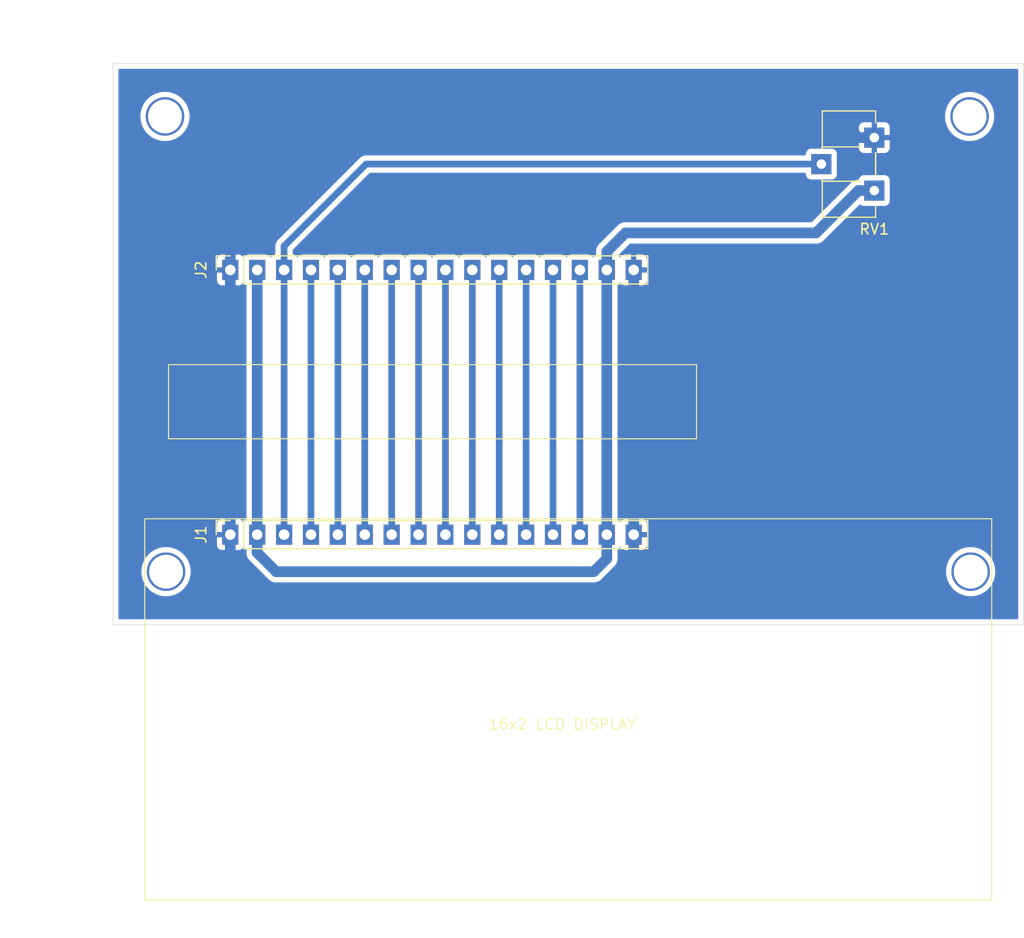
<source format=kicad_pcb>
(kicad_pcb (version 20240108) (generator "pcbnew") (generator_version "8.0")
  (layers (0 "F.Cu" signal) (31 "B.Cu" signal) (34 "B.Paste" user) (35 "F.Paste" user) (36 "B.SilkS" user "B.Silkscreen") (37 "F.SilkS" user "F.Silkscreen") (38 "B.Mask" user) (39 "F.Mask" user) (44 "Edge.Cuts" user))
  (net 0 "")
  (net 1 "Net-(J1-Pin_13)")
  (net 2 "Net-(J1-Pin_3)")
  (net 3 "Net-(J1-Pin_10)")
  (net 4 "Net-(J1-Pin_11)")
  (net 5 "Net-(J1-Pin_6)")
  (net 6 "Net-(J1-Pin_7)")
  (net 7 "Net-(J1-Pin_5)")
  (net 8 "Net-(J1-Pin_9)")
  (net 9 "Net-(J1-Pin_14)")
  (net 10 "Net-(J1-Pin_8)")
  (net 11 "Net-(J1-Pin_4)")
  (net 12 "Net-(J1-Pin_12)")
  (net 13 "VSS")
  (net 14 "GND")
  (footprint "on_board_conn:waski" (layer "F.Cu") (at 89.89 92.368 90)
    (property "Reference" "J2" (at 0 -2.77 90) (layer "F.SilkS"))
    (property "Value" "Conn_01x16_Pin" (hide yes))
    (fp_line (start 1.33 -1.33) (end 1.33 0) (stroke (width 0.12)) (layer "F.SilkS"))
    (fp_line (start 0 -1.33) (end 1.33 -1.33) (stroke (width 0.12)) (layer "F.SilkS"))
    (fp_line (start 1.33 1.27) (end 1.33 39.43) (stroke (width 0.12)) (layer "F.SilkS"))
    (fp_line (start -1.33 1.27) (end 1.33 1.27) (stroke (width 0.12)) (layer "F.SilkS"))
    (fp_line (start -1.33 1.27) (end -1.33 39.43) (stroke (width 0.12)) (layer "F.SilkS"))
    (fp_line (start -1.33 39.43) (end 1.33 39.43) (stroke (width 0.12)) (layer "F.SilkS"))
    (pad "1" thru_hole rect (at 0 0 90) (size 1.905 1.524) (drill 1) (layers "*.Cu" "*.Mask") (net 14 "GND"))
    (pad "2" thru_hole rect (at 0 2.54 90) (size 1.905 1.524) (drill 1) (layers "*.Cu" "*.Mask") (net 13 "VSS"))
    (pad "3" thru_hole rect (at 0 5.08 90) (size 1.905 1.524) (drill 1) (layers "*.Cu" "*.Mask") (net 2 "Net-(J1-Pin_3)"))
    (pad "4" thru_hole rect (at 0 7.62 90) (size 1.905 1.524) (drill 1) (layers "*.Cu" "*.Mask") (net 11 "Net-(J1-Pin_4)"))
    (pad "5" thru_hole rect (at 0 10.16 90) (size 1.905 1.524) (drill 1) (layers "*.Cu" "*.Mask") (net 7 "Net-(J1-Pin_5)"))
    (pad "6" thru_hole rect (at 0 12.7 90) (size 1.905 1.524) (drill 1) (layers "*.Cu" "*.Mask") (net 5 "Net-(J1-Pin_6)"))
    (pad "7" thru_hole rect (at 0 15.24 90) (size 1.905 1.524) (drill 1) (layers "*.Cu" "*.Mask") (net 6 "Net-(J1-Pin_7)"))
    (pad "8" thru_hole rect (at 0 17.78 90) (size 1.905 1.524) (drill 1) (layers "*.Cu" "*.Mask") (net 10 "Net-(J1-Pin_8)"))
    (pad "9" thru_hole rect (at 0 20.32 90) (size 1.905 1.524) (drill 1) (layers "*.Cu" "*.Mask") (net 8 "Net-(J1-Pin_9)"))
    (pad "10" thru_hole rect (at 0 22.86 90) (size 1.905 1.524) (drill 1) (layers "*.Cu" "*.Mask") (net 3 "Net-(J1-Pin_10)"))
    (pad "11" thru_hole rect (at 0 25.4 90) (size 1.905 1.524) (drill 1) (layers "*.Cu" "*.Mask") (net 4 "Net-(J1-Pin_11)"))
    (pad "12" thru_hole rect (at 0 27.94 90) (size 1.905 1.524) (drill 1) (layers "*.Cu" "*.Mask") (net 12 "Net-(J1-Pin_12)"))
    (pad "13" thru_hole rect (at 0 30.48 90) (size 1.905 1.524) (drill 1) (layers "*.Cu" "*.Mask") (net 1 "Net-(J1-Pin_13)"))
    (pad "14" thru_hole rect (at 0 33.02 90) (size 1.905 1.524) (drill 1) (layers "*.Cu" "*.Mask") (net 9 "Net-(J1-Pin_14)"))
    (pad "15" thru_hole rect (at 0 35.56 90) (size 1.905 1.524) (drill 1) (layers "*.Cu" "*.Mask") (net 13 "VSS"))
    (pad "16" thru_hole rect (at 0 38.1 90) (size 1.905 1.524) (drill 1) (layers "*.Cu" "*.Mask") (net 14 "GND"))
  )
  (footprint "Connector_PinSocket_2.54mm:PinSocket_1x16_P2.54mm_Vertical" (layer "F.Cu") (at 89.89 117.368 90)
    (property "Reference" "J1" (at 0 -2.77 90) (layer "F.SilkS"))
    (property "Value" "Conn_01x16_Pin" (hide yes))
    (fp_line (start 1.33 -1.33) (end 1.33 0) (stroke (width 0.12)) (layer "F.SilkS"))
    (fp_line (start 0 -1.33) (end 1.33 -1.33) (stroke (width 0.12)) (layer "F.SilkS"))
    (fp_line (start 1.33 1.27) (end 1.33 39.43) (stroke (width 0.12)) (layer "F.SilkS"))
    (fp_line (start -1.33 1.27) (end 1.33 1.27) (stroke (width 0.12)) (layer "F.SilkS"))
    (fp_line (start -1.33 1.27) (end -1.33 39.43) (stroke (width 0.12)) (layer "F.SilkS"))
    (fp_line (start -1.33 39.43) (end 1.33 39.43) (stroke (width 0.12)) (layer "F.SilkS"))
    (pad "1" thru_hole rect (at 0 0 90) (size 1.905 1.524) (drill 1) (layers "*.Cu" "*.Mask") (net 14 "GND"))
    (pad "2" thru_hole rect (at 0 2.54 90) (size 1.905 1.524) (drill 1) (layers "*.Cu" "*.Mask") (net 13 "VSS"))
    (pad "3" thru_hole rect (at 0 5.08 90) (size 1.905 1.524) (drill 1) (layers "*.Cu" "*.Mask") (net 2 "Net-(J1-Pin_3)"))
    (pad "4" thru_hole rect (at 0 7.62 90) (size 1.905 1.524) (drill 1) (layers "*.Cu" "*.Mask") (net 11 "Net-(J1-Pin_4)"))
    (pad "5" thru_hole rect (at 0 10.16 90) (size 1.905 1.524) (drill 1) (layers "*.Cu" "*.Mask") (net 7 "Net-(J1-Pin_5)"))
    (pad "6" thru_hole rect (at 0 12.7 90) (size 1.905 1.524) (drill 1) (layers "*.Cu" "*.Mask") (net 5 "Net-(J1-Pin_6)"))
    (pad "7" thru_hole rect (at 0 15.24 90) (size 1.905 1.524) (drill 1) (layers "*.Cu" "*.Mask") (net 6 "Net-(J1-Pin_7)"))
    (pad "8" thru_hole rect (at 0 17.78 90) (size 1.905 1.524) (drill 1) (layers "*.Cu" "*.Mask") (net 10 "Net-(J1-Pin_8)"))
    (pad "9" thru_hole rect (at 0 20.32 90) (size 1.905 1.524) (drill 1) (layers "*.Cu" "*.Mask") (net 8 "Net-(J1-Pin_9)"))
    (pad "10" thru_hole rect (at 0 22.86 90) (size 1.905 1.524) (drill 1) (layers "*.Cu" "*.Mask") (net 3 "Net-(J1-Pin_10)"))
    (pad "11" thru_hole rect (at 0 25.4 90) (size 1.905 1.524) (drill 1) (layers "*.Cu" "*.Mask") (net 4 "Net-(J1-Pin_11)"))
    (pad "12" thru_hole rect (at 0 27.94 90) (size 1.905 1.524) (drill 1) (layers "*.Cu" "*.Mask") (net 12 "Net-(J1-Pin_12)"))
    (pad "13" thru_hole rect (at 0 30.48 90) (size 1.905 1.524) (drill 1) (layers "*.Cu" "*.Mask") (net 1 "Net-(J1-Pin_13)"))
    (pad "14" thru_hole rect (at 0 33.02 90) (size 1.905 1.524) (drill 1) (layers "*.Cu" "*.Mask") (net 9 "Net-(J1-Pin_14)"))
    (pad "15" thru_hole rect (at 0 35.56 90) (size 1.905 1.524) (drill 1) (layers "*.Cu" "*.Mask") (net 13 "VSS"))
    (pad "16" thru_hole rect (at 0 38.1 90) (size 1.905 1.524) (drill 1) (layers "*.Cu" "*.Mask") (net 14 "GND"))
  )
  (footprint "Potentiometer_THT:Potentiometer_ACP_CA9-H5_Horizontal" (layer "F.Cu") (at 150.72 84.868 180)
    (property "Reference" "RV1" (at 0 -3.65 180) (layer "F.SilkS"))
    (property "Value" "10k")
    (fp_line (start 4.92 3.925) (end 4.92 7.52) (stroke (width 0.12)) (layer "F.SilkS"))
    (fp_line (start 4.92 3.925) (end 4.92 4.12) (stroke (width 0.12)) (layer "F.SilkS"))
    (fp_line (start 4.92 0.88) (end 4.92 1.075) (stroke (width 0.12)) (layer "F.SilkS"))
    (fp_line (start 4.92 -2.521) (end 4.92 1.075) (stroke (width 0.12)) (layer "F.SilkS"))
    (fp_line (start 1.237 4.12) (end 4.92 4.12) (stroke (width 0.12)) (layer "F.SilkS"))
    (fp_line (start 1.237 0.88) (end 4.92 0.88) (stroke (width 0.12)) (layer "F.SilkS"))
    (fp_line (start -0.121 7.52) (end 4.92 7.52) (stroke (width 0.12)) (layer "F.SilkS"))
    (fp_line (start -0.121 6.425) (end -0.121 7.52) (stroke (width 0.12)) (layer "F.SilkS"))
    (fp_line (start -0.121 1.426) (end -0.121 3.575) (stroke (width 0.12)) (layer "F.SilkS"))
    (fp_line (start -0.121 1.426) (end -0.121 3.575) (stroke (width 0.12)) (layer "F.SilkS"))
    (fp_line (start -0.121 -2.521) (end 4.92 -2.521) (stroke (width 0.12)) (layer "F.SilkS"))
    (fp_line (start -0.121 -2.521) (end -0.121 -1.426) (stroke (width 0.12)) (layer "F.SilkS"))
    (pad "1" thru_hole rect (at 0 0 180) (size 1.905 1.905) (drill 0.9) (layers "*.Cu" "*.Mask") (net 13 "VSS"))
    (pad "2" thru_hole rect (at 5 2.5 180) (size 1.905 1.905) (drill 0.9) (layers "*.Cu" "*.Mask") (net 2 "Net-(J1-Pin_3)"))
    (pad "3" thru_hole rect (at 0 5 180) (size 1.905 1.905) (drill 0.9) (layers "*.Cu" "*.Mask") (net 14 "GND"))
  )
  (gr_rect (start 84.051 101.312) (end 133.923 108.312) (stroke (width 0.1)) (fill none) (layer "F.SilkS"))
  (gr_rect (start 81.81 115.868) (end 161.81 151.868) (stroke (width 0.1)) (fill none) (layer "F.SilkS"))
  (gr_rect (start 78.82 72.87) (end 164.815 125.87) (stroke (width 0.05)) (fill none) (layer "Edge.Cuts"))
  (gr_text "16x2 LCD DISPLAY\n" (at 114.22 135.868 0) (layer "F.SilkS") (effects (font (size 1 1) (thickness 0.1)) (justify left bottom)))
  (via (at 83.72 77.868) (size 3.635) (drill 3.2) (layers "F.Cu" "B.Cu") (net 0))
  (via (at 159.82 120.868) (size 3.635) (drill 3.2) (layers "F.Cu" "B.Cu") (net 0))
  (via (at 83.82 120.868) (size 3.635) (drill 3.2) (layers "F.Cu" "B.Cu") (net 0))
  (via (at 159.72 77.868) (size 3.635) (drill 3.2) (layers "F.Cu" "B.Cu") (net 0))
  (segment (start 120.37 92.368) (end 120.37 117.368) (width 0.635) (layer "B.Cu") (net 1))
  (segment (start 94.97 92.368) (end 94.97 117.368) (width 0.635) (layer "B.Cu") (net 2))
  (segment (start 102.72 82.368) (end 145.72 82.368) (width 0.635) (layer "B.Cu") (net 2))
  (segment (start 94.97 92.368) (end 94.97 90.118) (width 0.635) (layer "B.Cu") (net 2))
  (segment (start 94.97 90.118) (end 102.72 82.368) (width 0.635) (layer "B.Cu") (net 2))
  (segment (start 112.75 92.368) (end 112.75 117.368) (width 0.635) (layer "B.Cu") (net 3))
  (segment (start 115.29 92.368) (end 115.29 117.368) (width 0.635) (layer "B.Cu") (net 4))
  (segment (start 102.59 92.368) (end 102.59 117.368) (width 0.635) (layer "B.Cu") (net 5))
  (segment (start 105.13 92.368) (end 105.13 117.368) (width 0.635) (layer "B.Cu") (net 6))
  (segment (start 100.05 92.368) (end 100.05 117.368) (width 0.635) (layer "B.Cu") (net 7))
  (segment (start 110.21 92.368) (end 110.21 117.368) (width 0.635) (layer "B.Cu") (net 8))
  (segment (start 122.91 92.368) (end 122.91 117.368) (width 0.635) (layer "B.Cu") (net 9))
  (segment (start 107.67 92.368) (end 107.67 117.368) (width 0.635) (layer "B.Cu") (net 10))
  (segment (start 97.51 92.368) (end 97.51 117.368) (width 0.635) (layer "B.Cu") (net 11))
  (segment (start 117.83 92.368) (end 117.83 117.368) (width 0.635) (layer "B.Cu") (net 12))
  (segment (start 125.45 92.368) (end 125.45 117.368) (width 1.016) (layer "B.Cu") (net 13))
  (segment (start 149.22 84.868) (end 150.72 84.868) (width 1.016) (layer "B.Cu") (net 13))
  (segment (start 94.22 120.868) (end 124.22 120.868) (width 1.016) (layer "B.Cu") (net 13))
  (segment (start 92.43 117.368) (end 92.43 119.078) (width 1.016) (layer "B.Cu") (net 13))
  (segment (start 124.22 120.868) (end 125.45 119.638) (width 1.016) (layer "B.Cu") (net 13))
  (segment (start 125.45 90.638) (end 127.22 88.868) (width 1.016) (layer "B.Cu") (net 13))
  (segment (start 125.45 92.368) (end 125.45 90.638) (width 1.016) (layer "B.Cu") (net 13))
  (segment (start 125.45 119.638) (end 125.45 117.368) (width 1.016) (layer "B.Cu") (net 13))
  (segment (start 145.22 88.868) (end 149.22 84.868) (width 1.016) (layer "B.Cu") (net 13))
  (segment (start 127.22 88.868) (end 145.22 88.868) (width 1.016) (layer "B.Cu") (net 13))
  (segment (start 92.43 119.078) (end 94.22 120.868) (width 1.016) (layer "B.Cu") (net 13))
  (segment (start 92.43 92.368) (end 92.43 117.368) (width 1.016) (layer "B.Cu") (net 13))
  (segment (start 93.214 122.862) (end 126.226 122.862) (width 1.016) (layer "B.Cu") (net 14))
  (segment (start 126.226 122.862) (end 127.99 121.098) (width 1.016) (layer "B.Cu") (net 14))
  (segment (start 89.89 90.198) (end 103.22 76.868) (width 1.016) (layer "B.Cu") (net 14))
  (segment (start 89.89 117.368) (end 89.89 119.538) (width 1.016) (layer "B.Cu") (net 14))
  (segment (start 89.89 91.698) (end 89.89 92.368) (width 1.016) (layer "B.Cu") (net 14))
  (segment (start 89.89 119.538) (end 93.214 122.862) (width 1.016) (layer "B.Cu") (net 14))
  (segment (start 89.89 92.368) (end 89.89 117.368) (width 1.016) (layer "B.Cu") (net 14))
  (segment (start 89.89 92.368) (end 89.89 90.198) (width 1.016) (layer "B.Cu") (net 14))
  (segment (start 127.99 92.368) (end 127.99 117.368) (width 1.016) (layer "B.Cu") (net 14))
  (segment (start 146.22 76.868) (end 149.22 79.868) (width 1.016) (layer "B.Cu") (net 14))
  (segment (start 103.22 76.868) (end 146.22 76.868) (width 1.016) (layer "B.Cu") (net 14))
  (segment (start 127.99 121.098) (end 127.99 117.368) (width 1.016) (layer "B.Cu") (net 14))
  (segment (start 149.22 79.868) (end 150.72 79.868) (width 1.016) (layer "B.Cu") (net 14))
  (zone (net 14) (net_name "GND") (layer "B.Cu") (connect_pads (clearance 0.5)) (min_thickness 0.25) (fill yes (thermal_gap 0.5) (thermal_bridge_width 0.5))
    (polygon (pts (xy 78.82 72.868) (xy 164.82 72.868) (xy 164.82 125.868) (xy 78.82 125.868)))
  )
)
</source>
